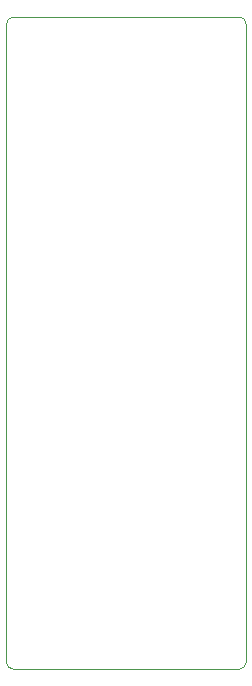
<source format=gm1>
G04 #@! TF.GenerationSoftware,KiCad,Pcbnew,7.0.11-7.0.11~ubuntu20.04.1*
G04 #@! TF.CreationDate,2024-08-22T00:47:32+02:00*
G04 #@! TF.ProjectId,kicad-pmod-semaphore,6b696361-642d-4706-9d6f-642d73656d61,1.0*
G04 #@! TF.SameCoordinates,Original*
G04 #@! TF.FileFunction,Profile,NP*
%FSLAX46Y46*%
G04 Gerber Fmt 4.6, Leading zero omitted, Abs format (unit mm)*
G04 Created by KiCad (PCBNEW 7.0.11-7.0.11~ubuntu20.04.1) date 2024-08-22 00:47:32*
%MOMM*%
%LPD*%
G01*
G04 APERTURE LIST*
G04 #@! TA.AperFunction,Profile*
%ADD10C,0.050000*%
G04 #@! TD*
G04 APERTURE END LIST*
D10*
X130175000Y-99695000D02*
G75*
G03*
X130810000Y-99060000I0J635000D01*
G01*
X110490000Y-99060000D02*
G75*
G03*
X111125000Y-99695000I635000J0D01*
G01*
X111125000Y-44450000D02*
G75*
G03*
X110490000Y-45085000I0J-635000D01*
G01*
X130810000Y-45085000D02*
G75*
G03*
X130175000Y-44450000I-635000J0D01*
G01*
X130175000Y-44450000D02*
X111125000Y-44450000D01*
X130810000Y-99060000D02*
X130810000Y-45085000D01*
X111125000Y-99695000D02*
X130175000Y-99695000D01*
X110490000Y-45085000D02*
X110490000Y-99060000D01*
M02*

</source>
